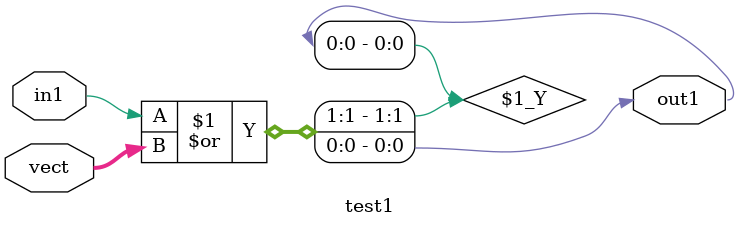
<source format=v>
module test1(in1, vect, out1);

input in1;
input [1:0] vect;
output out1;

assign out1 = in1 | (vect);

endmodule
</source>
